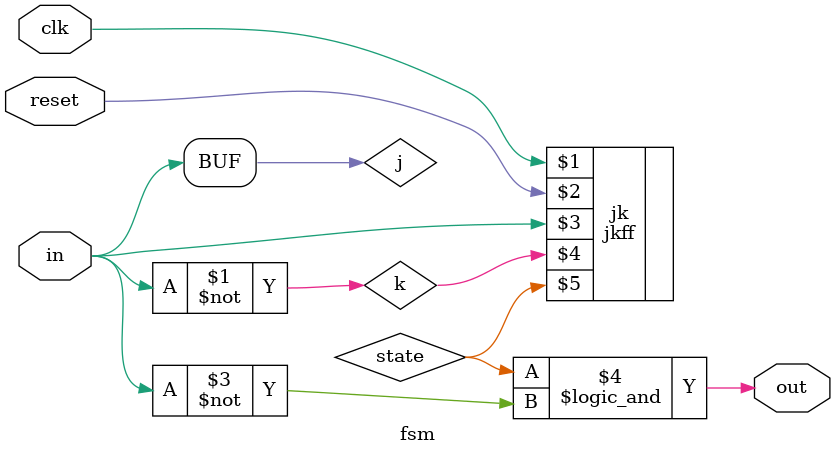
<source format=v>
`include "jkff.v"
module fsm(input clk, input reset, input in, output reg out);
    wire j, k;
    wire state;
    assign j = in;
    assign k = ~in;
    jkff jk (clk, reset, j, k, state);
    always @ (in, state) begin
        out = state && ~in;
    end
endmodule
</source>
